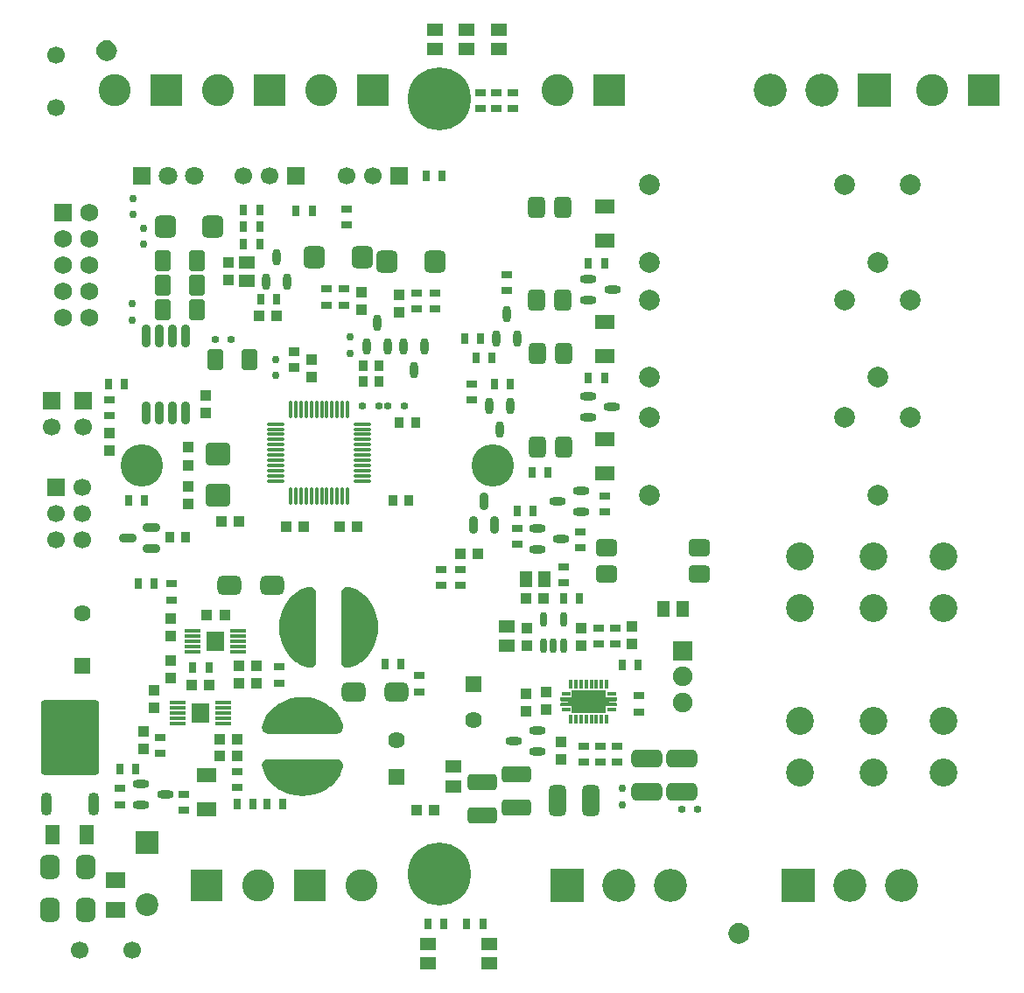
<source format=gts>
G04 Layer_Color=8388736*
%FSLAX24Y24*%
%MOIN*%
G70*
G01*
G75*
%ADD69C,0.0748*%
%ADD85R,0.0356X0.0434*%
%ADD86R,0.0591X0.0453*%
%ADD87R,0.0394X0.0315*%
%ADD88O,0.0320X0.0630*%
%ADD89O,0.0630X0.0320*%
%ADD90O,0.0433X0.0886*%
G04:AMPARAMS|DCode=91|XSize=283.5mil|YSize=222.4mil|CornerRadius=12.9mil|HoleSize=0mil|Usage=FLASHONLY|Rotation=90.000|XOffset=0mil|YOffset=0mil|HoleType=Round|Shape=RoundedRectangle|*
%AMROUNDEDRECTD91*
21,1,0.2835,0.1967,0,0,90.0*
21,1,0.2577,0.2224,0,0,90.0*
1,1,0.0258,0.0983,0.1288*
1,1,0.0258,0.0983,-0.1288*
1,1,0.0258,-0.0983,-0.1288*
1,1,0.0258,-0.0983,0.1288*
%
%ADD91ROUNDEDRECTD91*%
G04:AMPARAMS|DCode=92|XSize=55.1mil|YSize=76mil|CornerRadius=4.5mil|HoleSize=0mil|Usage=FLASHONLY|Rotation=270.000|XOffset=0mil|YOffset=0mil|HoleType=Round|Shape=RoundedRectangle|*
%AMROUNDEDRECTD92*
21,1,0.0551,0.0669,0,0,270.0*
21,1,0.0461,0.0760,0,0,270.0*
1,1,0.0091,-0.0335,-0.0230*
1,1,0.0091,-0.0335,0.0230*
1,1,0.0091,0.0335,0.0230*
1,1,0.0091,0.0335,-0.0230*
%
%ADD92ROUNDEDRECTD92*%
G04:AMPARAMS|DCode=93|XSize=90.6mil|YSize=72.8mil|CornerRadius=19.2mil|HoleSize=0mil|Usage=FLASHONLY|Rotation=0.000|XOffset=0mil|YOffset=0mil|HoleType=Round|Shape=RoundedRectangle|*
%AMROUNDEDRECTD93*
21,1,0.0906,0.0344,0,0,0.0*
21,1,0.0522,0.0728,0,0,0.0*
1,1,0.0384,0.0261,-0.0172*
1,1,0.0384,-0.0261,-0.0172*
1,1,0.0384,-0.0261,0.0172*
1,1,0.0384,0.0261,0.0172*
%
%ADD93ROUNDEDRECTD93*%
G04:AMPARAMS|DCode=94|XSize=55.1mil|YSize=76mil|CornerRadius=4.5mil|HoleSize=0mil|Usage=FLASHONLY|Rotation=0.000|XOffset=0mil|YOffset=0mil|HoleType=Round|Shape=RoundedRectangle|*
%AMROUNDEDRECTD94*
21,1,0.0551,0.0669,0,0,0.0*
21,1,0.0461,0.0760,0,0,0.0*
1,1,0.0091,0.0230,-0.0335*
1,1,0.0091,-0.0230,-0.0335*
1,1,0.0091,-0.0230,0.0335*
1,1,0.0091,0.0230,0.0335*
%
%ADD94ROUNDEDRECTD94*%
G04:AMPARAMS|DCode=95|XSize=90.6mil|YSize=72.8mil|CornerRadius=19.2mil|HoleSize=0mil|Usage=FLASHONLY|Rotation=90.000|XOffset=0mil|YOffset=0mil|HoleType=Round|Shape=RoundedRectangle|*
%AMROUNDEDRECTD95*
21,1,0.0906,0.0344,0,0,90.0*
21,1,0.0522,0.0728,0,0,90.0*
1,1,0.0384,0.0172,0.0261*
1,1,0.0384,0.0172,-0.0261*
1,1,0.0384,-0.0172,-0.0261*
1,1,0.0384,-0.0172,0.0261*
%
%ADD95ROUNDEDRECTD95*%
G04:AMPARAMS|DCode=96|XSize=86.6mil|YSize=82.7mil|CornerRadius=21.7mil|HoleSize=0mil|Usage=FLASHONLY|Rotation=270.000|XOffset=0mil|YOffset=0mil|HoleType=Round|Shape=RoundedRectangle|*
%AMROUNDEDRECTD96*
21,1,0.0866,0.0394,0,0,270.0*
21,1,0.0433,0.0827,0,0,270.0*
1,1,0.0433,-0.0197,-0.0217*
1,1,0.0433,-0.0197,0.0217*
1,1,0.0433,0.0197,0.0217*
1,1,0.0433,0.0197,-0.0217*
%
%ADD96ROUNDEDRECTD96*%
G04:AMPARAMS|DCode=97|XSize=82.7mil|YSize=66.9mil|CornerRadius=17.7mil|HoleSize=0mil|Usage=FLASHONLY|Rotation=90.000|XOffset=0mil|YOffset=0mil|HoleType=Round|Shape=RoundedRectangle|*
%AMROUNDEDRECTD97*
21,1,0.0827,0.0315,0,0,90.0*
21,1,0.0472,0.0669,0,0,90.0*
1,1,0.0354,0.0157,0.0236*
1,1,0.0354,0.0157,-0.0236*
1,1,0.0354,-0.0157,-0.0236*
1,1,0.0354,-0.0157,0.0236*
%
%ADD97ROUNDEDRECTD97*%
G04:AMPARAMS|DCode=98|XSize=82.7mil|YSize=66.9mil|CornerRadius=17.7mil|HoleSize=0mil|Usage=FLASHONLY|Rotation=0.000|XOffset=0mil|YOffset=0mil|HoleType=Round|Shape=RoundedRectangle|*
%AMROUNDEDRECTD98*
21,1,0.0827,0.0315,0,0,0.0*
21,1,0.0472,0.0669,0,0,0.0*
1,1,0.0354,0.0236,-0.0157*
1,1,0.0354,-0.0236,-0.0157*
1,1,0.0354,-0.0236,0.0157*
1,1,0.0354,0.0236,0.0157*
%
%ADD98ROUNDEDRECTD98*%
%ADD99R,0.0315X0.0394*%
%ADD100R,0.0434X0.0356*%
G04:AMPARAMS|DCode=101|XSize=94.5mil|YSize=86.6mil|CornerRadius=14.4mil|HoleSize=0mil|Usage=FLASHONLY|Rotation=0.000|XOffset=0mil|YOffset=0mil|HoleType=Round|Shape=RoundedRectangle|*
%AMROUNDEDRECTD101*
21,1,0.0945,0.0579,0,0,0.0*
21,1,0.0657,0.0866,0,0,0.0*
1,1,0.0287,0.0329,-0.0289*
1,1,0.0287,-0.0329,-0.0289*
1,1,0.0287,-0.0329,0.0289*
1,1,0.0287,0.0329,0.0289*
%
%ADD101ROUNDEDRECTD101*%
%ADD102R,0.0433X0.0433*%
%ADD103R,0.0433X0.0433*%
G04:AMPARAMS|DCode=104|XSize=114.2mil|YSize=63mil|CornerRadius=16.7mil|HoleSize=0mil|Usage=FLASHONLY|Rotation=0.000|XOffset=0mil|YOffset=0mil|HoleType=Round|Shape=RoundedRectangle|*
%AMROUNDEDRECTD104*
21,1,0.1142,0.0295,0,0,0.0*
21,1,0.0807,0.0630,0,0,0.0*
1,1,0.0335,0.0404,-0.0148*
1,1,0.0335,-0.0404,-0.0148*
1,1,0.0335,-0.0404,0.0148*
1,1,0.0335,0.0404,0.0148*
%
%ADD104ROUNDEDRECTD104*%
%ADD105O,0.0335X0.0889*%
%ADD106O,0.0669X0.0157*%
%ADD107O,0.0157X0.0669*%
%ADD108O,0.0610X0.0157*%
%ADD109R,0.0650X0.0768*%
%ADD110O,0.0276X0.0571*%
%ADD111R,0.0827X0.0433*%
%ADD112O,0.0374X0.0157*%
%ADD113O,0.0157X0.0374*%
%ADD114R,0.0433X0.0394*%
%ADD115R,0.0394X0.0433*%
%ADD116R,0.0610X0.0492*%
%ADD117R,0.0492X0.0610*%
%ADD118R,0.0748X0.0591*%
G04:AMPARAMS|DCode=119|XSize=118.2mil|YSize=67.1mil|CornerRadius=18.8mil|HoleSize=0mil|Usage=FLASHONLY|Rotation=180.000|XOffset=0mil|YOffset=0mil|HoleType=Round|Shape=RoundedRectangle|*
%AMROUNDEDRECTD119*
21,1,0.1182,0.0295,0,0,180.0*
21,1,0.0807,0.0671,0,0,180.0*
1,1,0.0375,-0.0404,0.0148*
1,1,0.0375,0.0404,0.0148*
1,1,0.0375,0.0404,-0.0148*
1,1,0.0375,-0.0404,-0.0148*
%
%ADD119ROUNDEDRECTD119*%
G04:AMPARAMS|DCode=120|XSize=59.2mil|YSize=80mil|CornerRadius=6.6mil|HoleSize=0mil|Usage=FLASHONLY|Rotation=180.000|XOffset=0mil|YOffset=0mil|HoleType=Round|Shape=RoundedRectangle|*
%AMROUNDEDRECTD120*
21,1,0.0592,0.0669,0,0,180.0*
21,1,0.0461,0.0800,0,0,180.0*
1,1,0.0131,-0.0230,0.0335*
1,1,0.0131,0.0230,0.0335*
1,1,0.0131,0.0230,-0.0335*
1,1,0.0131,-0.0230,-0.0335*
%
%ADD120ROUNDEDRECTD120*%
G04:AMPARAMS|DCode=121|XSize=29.7mil|YSize=24.5mil|CornerRadius=8.1mil|HoleSize=0mil|Usage=FLASHONLY|Rotation=180.000|XOffset=0mil|YOffset=0mil|HoleType=Round|Shape=RoundedRectangle|*
%AMROUNDEDRECTD121*
21,1,0.0297,0.0083,0,0,180.0*
21,1,0.0134,0.0245,0,0,180.0*
1,1,0.0163,-0.0067,0.0041*
1,1,0.0163,0.0067,0.0041*
1,1,0.0163,0.0067,-0.0041*
1,1,0.0163,-0.0067,-0.0041*
%
%ADD121ROUNDEDRECTD121*%
G04:AMPARAMS|DCode=122|XSize=29.7mil|YSize=24.5mil|CornerRadius=8.1mil|HoleSize=0mil|Usage=FLASHONLY|Rotation=90.000|XOffset=0mil|YOffset=0mil|HoleType=Round|Shape=RoundedRectangle|*
%AMROUNDEDRECTD122*
21,1,0.0297,0.0083,0,0,90.0*
21,1,0.0134,0.0245,0,0,90.0*
1,1,0.0163,0.0041,0.0067*
1,1,0.0163,0.0041,-0.0067*
1,1,0.0163,-0.0041,-0.0067*
1,1,0.0163,-0.0041,0.0067*
%
%ADD122ROUNDEDRECTD122*%
%ADD123O,0.0671X0.0361*%
%ADD124O,0.0361X0.0671*%
G04:AMPARAMS|DCode=125|XSize=118.2mil|YSize=67.1mil|CornerRadius=18.8mil|HoleSize=0mil|Usage=FLASHONLY|Rotation=90.000|XOffset=0mil|YOffset=0mil|HoleType=Round|Shape=RoundedRectangle|*
%AMROUNDEDRECTD125*
21,1,0.1182,0.0295,0,0,90.0*
21,1,0.0807,0.0671,0,0,90.0*
1,1,0.0375,0.0148,0.0404*
1,1,0.0375,0.0148,-0.0404*
1,1,0.0375,-0.0148,-0.0404*
1,1,0.0375,-0.0148,0.0404*
%
%ADD125ROUNDEDRECTD125*%
%ADD126C,0.2402*%
%ADD127C,0.1614*%
%ADD128R,0.1220X0.1220*%
%ADD129C,0.1220*%
%ADD130R,0.0669X0.0669*%
%ADD131C,0.0669*%
%ADD132C,0.1261*%
%ADD133R,0.1261X0.1261*%
%ADD134C,0.0710*%
%ADD135R,0.0710X0.0710*%
%ADD136R,0.0669X0.0669*%
%ADD137R,0.0748X0.0748*%
%ADD138R,0.0866X0.0866*%
%ADD139C,0.0866*%
%ADD140C,0.0787*%
%ADD141C,0.1063*%
%ADD142C,0.0639*%
%ADD143R,0.0639X0.0639*%
%ADD144C,0.0680*%
%ADD145R,0.0680X0.0680*%
G36*
X27239Y46958D02*
X27334Y46919D01*
X27417Y46856D01*
X27480Y46773D01*
X27519Y46678D01*
X27533Y46575D01*
X27519Y46472D01*
X27480Y46376D01*
X27417Y46294D01*
X27334Y46231D01*
X27239Y46191D01*
X27136Y46178D01*
X27033Y46191D01*
X26937Y46231D01*
X26855Y46294D01*
X26792Y46376D01*
X26752Y46472D01*
X26739Y46575D01*
X26752Y46678D01*
X26792Y46773D01*
X26855Y46856D01*
X26937Y46919D01*
X27033Y46958D01*
X27136Y46972D01*
X27239Y46958D01*
D02*
G37*
G36*
X36382Y26142D02*
X36385Y26140D01*
X36389Y26140D01*
X36519Y26100D01*
X36520Y26098D01*
X36522Y26098D01*
X36673Y26038D01*
X36676Y26035D01*
X36679Y26035D01*
X36819Y25952D01*
X36821Y25949D01*
X36824Y25948D01*
X36949Y25844D01*
X36950Y25842D01*
X36952Y25842D01*
X36956Y25837D01*
X36957Y25836D01*
X36958Y25835D01*
X37107Y25669D01*
X37108Y25667D01*
X37111Y25665D01*
X37237Y25481D01*
X37237Y25478D01*
X37240Y25476D01*
X37340Y25277D01*
X37340Y25274D01*
X37342Y25272D01*
X37415Y25061D01*
X37415Y25058D01*
X37416Y25056D01*
X37461Y24837D01*
X37460Y24834D01*
X37461Y24831D01*
X37476Y24609D01*
X37475Y24606D01*
X37476Y24603D01*
X37461Y24381D01*
X37460Y24378D01*
X37461Y24375D01*
X37416Y24157D01*
X37415Y24155D01*
X37415Y24151D01*
X37342Y23941D01*
X37340Y23939D01*
X37340Y23936D01*
X37240Y23737D01*
X37237Y23735D01*
X37237Y23732D01*
X37111Y23548D01*
X37108Y23546D01*
X37107Y23543D01*
X36958Y23378D01*
X36957Y23377D01*
X36956Y23375D01*
X36954Y23373D01*
X36952Y23373D01*
X36951Y23371D01*
X36825Y23266D01*
X36822Y23265D01*
X36819Y23262D01*
X36678Y23177D01*
X36674Y23177D01*
X36672Y23175D01*
X36519Y23113D01*
X36517Y23113D01*
X36516Y23112D01*
X36382Y23070D01*
X36378Y23071D01*
X36374Y23068D01*
X36301Y23060D01*
X36293Y23062D01*
X36285Y23061D01*
X36214Y23080D01*
X36207Y23085D01*
X36199Y23087D01*
X36140Y23130D01*
X36136Y23137D01*
X36129Y23142D01*
X36090Y23204D01*
X36089Y23212D01*
X36084Y23219D01*
X36070Y23291D01*
X36071Y23296D01*
X36070Y23299D01*
Y25905D01*
X36071Y25909D01*
X36070Y25913D01*
X36085Y25988D01*
X36089Y25994D01*
X36090Y26003D01*
X36131Y26067D01*
X36137Y26071D01*
X36142Y26078D01*
X36203Y26123D01*
X36211Y26125D01*
X36217Y26130D01*
X36290Y26149D01*
X36298Y26148D01*
X36306Y26151D01*
X36382Y26142D01*
D02*
G37*
G36*
X34888Y26150D02*
X34896Y26151D01*
X34967Y26133D01*
X34974Y26128D01*
X34982Y26126D01*
X35041Y26082D01*
X35045Y26075D01*
X35052Y26070D01*
X35091Y26008D01*
X35092Y26000D01*
X35097Y25993D01*
X35111Y25921D01*
X35110Y25917D01*
X35111Y25913D01*
Y23307D01*
X35110Y23303D01*
X35111Y23299D01*
X35097Y23225D01*
X35092Y23218D01*
X35091Y23210D01*
X35050Y23146D01*
X35044Y23141D01*
X35039Y23134D01*
X34978Y23090D01*
X34970Y23088D01*
X34964Y23083D01*
X34891Y23063D01*
X34883Y23064D01*
X34875Y23062D01*
X34800Y23071D01*
X34796Y23073D01*
X34792Y23073D01*
X34662Y23113D01*
X34661Y23114D01*
X34659Y23114D01*
X34508Y23175D01*
X34506Y23177D01*
X34502Y23178D01*
X34362Y23261D01*
X34360Y23264D01*
X34357Y23265D01*
X34232Y23369D01*
X34231Y23370D01*
X34229Y23371D01*
X34225Y23375D01*
X34224Y23377D01*
X34223Y23378D01*
X34074Y23543D01*
X34073Y23546D01*
X34070Y23548D01*
X33944Y23732D01*
X33944Y23735D01*
X33942Y23737D01*
X33841Y23936D01*
X33841Y23939D01*
X33839Y23941D01*
X33766Y24151D01*
X33766Y24155D01*
X33765Y24157D01*
X33721Y24375D01*
X33721Y24378D01*
X33720Y24381D01*
X33705Y24603D01*
X33706Y24606D01*
X33705Y24609D01*
X33720Y24831D01*
X33721Y24834D01*
X33721Y24837D01*
X33765Y25056D01*
X33766Y25058D01*
X33766Y25061D01*
X33839Y25272D01*
X33841Y25274D01*
X33841Y25277D01*
X33942Y25476D01*
X33944Y25478D01*
X33944Y25481D01*
X34070Y25665D01*
X34073Y25667D01*
X34074Y25669D01*
X34223Y25835D01*
X34224Y25836D01*
X34225Y25837D01*
X34227Y25839D01*
X34229Y25840D01*
X34230Y25842D01*
X34356Y25947D01*
X34360Y25948D01*
X34362Y25951D01*
X34503Y26035D01*
X34507Y26036D01*
X34509Y26038D01*
X34662Y26099D01*
X34664Y26099D01*
X34665Y26101D01*
X34799Y26142D01*
X34803Y26142D01*
X34807Y26144D01*
X34880Y26153D01*
X34888Y26150D01*
D02*
G37*
G36*
X34822Y21940D02*
X34824Y21938D01*
X34827Y21939D01*
X35046Y21895D01*
X35048Y21893D01*
X35051Y21893D01*
X35262Y21820D01*
X35264Y21818D01*
X35267Y21818D01*
X35466Y21718D01*
X35468Y21716D01*
X35471Y21715D01*
X35655Y21589D01*
X35657Y21587D01*
X35660Y21586D01*
X35825Y21437D01*
X35826Y21435D01*
X35827Y21435D01*
X35830Y21432D01*
X35830Y21431D01*
X35832Y21430D01*
X35937Y21303D01*
X35938Y21300D01*
X35941Y21298D01*
X36025Y21156D01*
X36026Y21153D01*
X36028Y21150D01*
X36090Y20997D01*
X36090Y20996D01*
X36091Y20994D01*
X36133Y20860D01*
X36132Y20856D01*
X36134Y20852D01*
X36143Y20779D01*
X36141Y20771D01*
X36142Y20763D01*
X36123Y20692D01*
X36118Y20686D01*
X36116Y20678D01*
X36072Y20619D01*
X36065Y20614D01*
X36061Y20608D01*
X35999Y20568D01*
X35990Y20567D01*
X35984Y20562D01*
X35911Y20549D01*
X35907Y20550D01*
X35903Y20548D01*
X33298D01*
X33294Y20550D01*
X33289Y20549D01*
X33215Y20563D01*
X33208Y20567D01*
X33200Y20569D01*
X33136Y20609D01*
X33131Y20616D01*
X33124Y20620D01*
X33080Y20681D01*
X33078Y20689D01*
X33073Y20696D01*
X33053Y20769D01*
X33054Y20777D01*
X33052Y20785D01*
X33061Y20860D01*
X33063Y20864D01*
X33063Y20868D01*
X33103Y20997D01*
X33104Y20999D01*
X33104Y21001D01*
X33165Y21151D01*
X33167Y21154D01*
X33168Y21157D01*
X33251Y21297D01*
X33254Y21299D01*
X33255Y21303D01*
X33359Y21428D01*
X33360Y21428D01*
X33361Y21430D01*
X33366Y21435D01*
X33367Y21435D01*
X33368Y21437D01*
X33533Y21586D01*
X33536Y21587D01*
X33538Y21589D01*
X33722Y21715D01*
X33725Y21716D01*
X33727Y21718D01*
X33926Y21818D01*
X33929Y21818D01*
X33931Y21820D01*
X34142Y21893D01*
X34145Y21893D01*
X34147Y21895D01*
X34366Y21939D01*
X34369Y21938D01*
X34371Y21940D01*
X34594Y21955D01*
X34596Y21954D01*
X34599Y21955D01*
X34822Y21940D01*
D02*
G37*
G36*
X46126Y22209D02*
X46134Y22197D01*
Y21953D01*
X46543D01*
X46559Y21945D01*
X46569Y21929D01*
Y21831D01*
X46556Y21800D01*
X46526Y21787D01*
X46283D01*
Y21756D01*
X46526D01*
X46556Y21743D01*
X46569Y21713D01*
Y21614D01*
X46559Y21602D01*
X46543Y21594D01*
X46532Y21591D01*
X46134D01*
Y21346D01*
X46126Y21335D01*
X46114Y21327D01*
X44870D01*
X44858Y21335D01*
X44850Y21350D01*
Y21591D01*
X44445D01*
X44433Y21594D01*
X44421Y21602D01*
X44415Y21614D01*
Y21713D01*
X44428Y21743D01*
X44459Y21756D01*
X44701D01*
Y21787D01*
X44459D01*
X44428Y21800D01*
X44415Y21831D01*
Y21929D01*
X44429Y21945D01*
X44453Y21953D01*
X44850D01*
Y22189D01*
X44854Y22209D01*
X44874Y22217D01*
X46114D01*
X46126Y22209D01*
D02*
G37*
G36*
X35899Y19588D02*
X35903Y19589D01*
X35978Y19575D01*
X35985Y19570D01*
X35993Y19569D01*
X36057Y19529D01*
X36061Y19522D01*
X36068Y19518D01*
X36113Y19457D01*
X36115Y19449D01*
X36120Y19442D01*
X36140Y19369D01*
X36138Y19361D01*
X36141Y19353D01*
X36132Y19278D01*
X36130Y19274D01*
X36130Y19270D01*
X36090Y19140D01*
X36089Y19139D01*
X36089Y19137D01*
X36028Y18986D01*
X36026Y18984D01*
X36025Y18980D01*
X35942Y18841D01*
X35939Y18839D01*
X35938Y18835D01*
X35834Y18710D01*
X35832Y18709D01*
X35832Y18708D01*
X35827Y18703D01*
X35826Y18702D01*
X35825Y18701D01*
X35660Y18552D01*
X35657Y18551D01*
X35655Y18549D01*
X35471Y18423D01*
X35468Y18422D01*
X35466Y18420D01*
X35267Y18320D01*
X35264Y18319D01*
X35262Y18317D01*
X35051Y18245D01*
X35048Y18245D01*
X35046Y18243D01*
X34827Y18199D01*
X34824Y18199D01*
X34822Y18198D01*
X34599Y18183D01*
X34596Y18184D01*
X34594Y18183D01*
X34371Y18198D01*
X34369Y18199D01*
X34366Y18199D01*
X34147Y18243D01*
X34145Y18245D01*
X34142Y18245D01*
X33931Y18317D01*
X33929Y18319D01*
X33926Y18320D01*
X33727Y18420D01*
X33725Y18422D01*
X33722Y18423D01*
X33538Y18549D01*
X33536Y18551D01*
X33533Y18552D01*
X33368Y18701D01*
X33367Y18702D01*
X33366Y18703D01*
X33363Y18705D01*
X33363Y18707D01*
X33361Y18708D01*
X33256Y18835D01*
X33255Y18838D01*
X33252Y18840D01*
X33168Y18981D01*
X33167Y18985D01*
X33165Y18988D01*
X33103Y19140D01*
X33103Y19142D01*
X33102Y19144D01*
X33060Y19278D01*
X33061Y19282D01*
X33059Y19286D01*
X33050Y19358D01*
X33052Y19366D01*
X33051Y19375D01*
X33070Y19446D01*
X33075Y19452D01*
X33077Y19460D01*
X33120Y19519D01*
X33128Y19524D01*
X33132Y19530D01*
X33194Y19569D01*
X33203Y19571D01*
X33209Y19575D01*
X33282Y19589D01*
X33286Y19588D01*
X33290Y19590D01*
X35895D01*
X35899Y19588D01*
D02*
G37*
G36*
X51323Y13326D02*
X51419Y13287D01*
X51501Y13224D01*
X51564Y13141D01*
X51604Y13046D01*
X51618Y12943D01*
X51604Y12840D01*
X51564Y12744D01*
X51501Y12662D01*
X51419Y12599D01*
X51323Y12559D01*
X51220Y12546D01*
X51118Y12559D01*
X51022Y12599D01*
X50940Y12662D01*
X50877Y12744D01*
X50837Y12840D01*
X50823Y12943D01*
X50837Y13046D01*
X50877Y13141D01*
X50940Y13224D01*
X51022Y13287D01*
X51118Y13326D01*
X51220Y13340D01*
X51323Y13326D01*
D02*
G37*
D69*
X49065Y22736D02*
D03*
Y21752D02*
D03*
D85*
X30148Y28031D02*
D03*
X29538D02*
D03*
X38288Y32392D02*
D03*
X38898D02*
D03*
X36900Y33967D02*
D03*
X37510D02*
D03*
X36900Y34587D02*
D03*
X37510D02*
D03*
X38031Y29429D02*
D03*
X38642D02*
D03*
D86*
X40856Y47372D02*
D03*
Y46624D02*
D03*
X42077Y47372D02*
D03*
Y46624D02*
D03*
X39656Y47372D02*
D03*
Y46624D02*
D03*
X41722Y11801D02*
D03*
Y12549D02*
D03*
X39360Y11801D02*
D03*
Y12549D02*
D03*
X40335Y18543D02*
D03*
Y19291D02*
D03*
D87*
X41988Y44360D02*
D03*
Y44970D02*
D03*
X42598Y44360D02*
D03*
Y44970D02*
D03*
X41368Y44360D02*
D03*
Y44970D02*
D03*
X42372Y37431D02*
D03*
Y38041D02*
D03*
X41033Y33258D02*
D03*
Y33868D02*
D03*
X42766Y27776D02*
D03*
Y28386D02*
D03*
X45187Y27638D02*
D03*
Y28248D02*
D03*
X46102Y28996D02*
D03*
Y29606D02*
D03*
X39055Y22156D02*
D03*
Y22766D02*
D03*
X33691Y22490D02*
D03*
Y23100D02*
D03*
X44537Y26299D02*
D03*
Y26909D02*
D03*
X29183Y19803D02*
D03*
Y20413D02*
D03*
X32116Y19114D02*
D03*
Y18504D02*
D03*
X30079Y17638D02*
D03*
Y18248D02*
D03*
X27638Y18465D02*
D03*
Y17855D02*
D03*
X38937Y37343D02*
D03*
Y36733D02*
D03*
X39626Y37343D02*
D03*
Y36733D02*
D03*
X27224Y33278D02*
D03*
Y32668D02*
D03*
X39872Y26211D02*
D03*
Y26821D02*
D03*
X29596Y25650D02*
D03*
Y26260D02*
D03*
X40600Y26821D02*
D03*
Y26211D02*
D03*
X36289Y39931D02*
D03*
Y40541D02*
D03*
X46496Y23976D02*
D03*
Y24586D02*
D03*
X47402Y21388D02*
D03*
Y21998D02*
D03*
X45935Y20089D02*
D03*
Y19479D02*
D03*
X46565Y20089D02*
D03*
Y19479D02*
D03*
X45315Y20089D02*
D03*
Y19479D02*
D03*
X45866Y23976D02*
D03*
Y24586D02*
D03*
X35502Y36890D02*
D03*
Y37500D02*
D03*
X36181Y36890D02*
D03*
Y37500D02*
D03*
D88*
X41968Y35615D02*
D03*
X42769D02*
D03*
X42368Y36525D02*
D03*
X42500Y33036D02*
D03*
X41700D02*
D03*
X42100Y32126D02*
D03*
X33999Y37790D02*
D03*
X33199D02*
D03*
X33599Y38700D02*
D03*
X38442Y35310D02*
D03*
X39242D02*
D03*
X38842Y34400D02*
D03*
X37447Y36220D02*
D03*
X37047Y35310D02*
D03*
X37847D02*
D03*
D89*
X45487Y37864D02*
D03*
Y37064D02*
D03*
X46397Y37464D02*
D03*
X45477Y33406D02*
D03*
Y32606D02*
D03*
X46387Y33006D02*
D03*
X43529Y28386D02*
D03*
Y27586D02*
D03*
X44439Y27986D02*
D03*
X45202Y28996D02*
D03*
Y29796D02*
D03*
X44292Y29396D02*
D03*
X28450Y18652D02*
D03*
Y17852D02*
D03*
X29360Y18252D02*
D03*
X43548Y19882D02*
D03*
Y20682D02*
D03*
X42638Y20282D02*
D03*
D90*
X26626Y17864D02*
D03*
X24831D02*
D03*
D91*
X25728Y20423D02*
D03*
D92*
X46093Y40630D02*
D03*
Y39330D02*
D03*
Y36250D02*
D03*
Y34950D02*
D03*
Y31772D02*
D03*
Y30472D02*
D03*
X30945Y17667D02*
D03*
Y18967D02*
D03*
D93*
X33435Y26201D02*
D03*
X31821D02*
D03*
X36555Y22156D02*
D03*
X38169D02*
D03*
D94*
X25078Y16713D02*
D03*
X26378D02*
D03*
D95*
X24990Y15463D02*
D03*
Y13848D02*
D03*
X26329Y15463D02*
D03*
Y13848D02*
D03*
D96*
X35049Y38711D02*
D03*
X36860D02*
D03*
X39626Y38533D02*
D03*
X37815D02*
D03*
X29370Y39882D02*
D03*
X31181D02*
D03*
D97*
X43506Y40610D02*
D03*
X44506D02*
D03*
X43506Y37067D02*
D03*
X44506D02*
D03*
X43535Y35030D02*
D03*
X44535D02*
D03*
X43535Y31486D02*
D03*
X44535D02*
D03*
D98*
X49705Y27636D02*
D03*
Y26636D02*
D03*
X46161Y27636D02*
D03*
Y26636D02*
D03*
D99*
X41821Y34872D02*
D03*
X41211D02*
D03*
X41368Y35620D02*
D03*
X40758D02*
D03*
X45482Y38474D02*
D03*
X46092D02*
D03*
X42510Y33868D02*
D03*
X41900D02*
D03*
X43337Y30502D02*
D03*
X43947D02*
D03*
X45482Y34094D02*
D03*
X46092D02*
D03*
X43376Y29026D02*
D03*
X42766D02*
D03*
X31033Y23071D02*
D03*
X30423D02*
D03*
X38356Y23209D02*
D03*
X37746D02*
D03*
X45148Y25699D02*
D03*
X44538D02*
D03*
X32096Y17884D02*
D03*
X32706D02*
D03*
X33238D02*
D03*
X33848D02*
D03*
X28248Y19213D02*
D03*
X27638D02*
D03*
X32992Y37096D02*
D03*
X33602D02*
D03*
X32352Y39222D02*
D03*
X32962D02*
D03*
X27805Y33878D02*
D03*
X27195D02*
D03*
X28947Y26260D02*
D03*
X28337D02*
D03*
X28573Y29439D02*
D03*
X27963D02*
D03*
X40856Y13307D02*
D03*
X41466D02*
D03*
X39970D02*
D03*
X39360D02*
D03*
X32352Y39872D02*
D03*
X32962D02*
D03*
X32963Y40502D02*
D03*
X32353D02*
D03*
X34961Y40472D02*
D03*
X34351D02*
D03*
X39902Y41801D02*
D03*
X39292D02*
D03*
X46772Y23189D02*
D03*
X47382D02*
D03*
D100*
X34262Y35108D02*
D03*
Y34498D02*
D03*
D101*
X31378Y31211D02*
D03*
Y29636D02*
D03*
D102*
X36641Y24606D02*
D03*
X34541D02*
D03*
D103*
X34596Y19019D02*
D03*
Y21119D02*
D03*
D104*
X42746Y19016D02*
D03*
Y17756D02*
D03*
X41437Y18691D02*
D03*
Y17431D02*
D03*
D105*
X30142Y32766D02*
D03*
X29142D02*
D03*
X28642D02*
D03*
X30142Y35716D02*
D03*
X29142D02*
D03*
X28642D02*
D03*
X29642Y32766D02*
D03*
Y35716D02*
D03*
D106*
X33573Y31171D02*
D03*
Y31368D02*
D03*
Y31565D02*
D03*
Y31762D02*
D03*
Y31959D02*
D03*
Y32156D02*
D03*
Y32352D02*
D03*
Y30187D02*
D03*
Y30384D02*
D03*
Y30581D02*
D03*
Y30778D02*
D03*
Y30974D02*
D03*
X36880Y31368D02*
D03*
Y31171D02*
D03*
Y32352D02*
D03*
Y32156D02*
D03*
Y31959D02*
D03*
Y31762D02*
D03*
Y31565D02*
D03*
Y30974D02*
D03*
Y30778D02*
D03*
Y30581D02*
D03*
Y30384D02*
D03*
Y30187D02*
D03*
D107*
X36112Y32923D02*
D03*
X36309D02*
D03*
Y29616D02*
D03*
X36112D02*
D03*
X34144Y32923D02*
D03*
X34341D02*
D03*
X34537D02*
D03*
X34734D02*
D03*
X34931D02*
D03*
X35128D02*
D03*
X35325D02*
D03*
X35522D02*
D03*
X35719D02*
D03*
X35915D02*
D03*
Y29616D02*
D03*
X35719D02*
D03*
X35522D02*
D03*
X35325D02*
D03*
X35128D02*
D03*
X34931D02*
D03*
X34734D02*
D03*
X34537D02*
D03*
X34341D02*
D03*
X34144D02*
D03*
D108*
X30423Y24469D02*
D03*
Y24272D02*
D03*
Y24075D02*
D03*
Y23878D02*
D03*
Y23681D02*
D03*
X32156D02*
D03*
Y23878D02*
D03*
Y24075D02*
D03*
Y24272D02*
D03*
Y24469D02*
D03*
X29852Y21742D02*
D03*
Y21545D02*
D03*
Y21348D02*
D03*
Y21152D02*
D03*
Y20955D02*
D03*
X31585D02*
D03*
Y21152D02*
D03*
Y21348D02*
D03*
Y21545D02*
D03*
Y21742D02*
D03*
D109*
X31289Y24075D02*
D03*
X30719Y21348D02*
D03*
D110*
X44154Y23917D02*
D03*
X43780Y24902D02*
D03*
Y23917D02*
D03*
X44528Y24902D02*
D03*
Y23917D02*
D03*
D111*
X45492Y21772D02*
D03*
D112*
X44626Y22067D02*
D03*
Y21476D02*
D03*
X46358Y22067D02*
D03*
Y21476D02*
D03*
D113*
X44803Y22441D02*
D03*
X45000D02*
D03*
X45197D02*
D03*
X45394D02*
D03*
X45591D02*
D03*
X45787D02*
D03*
X45984D02*
D03*
X46181D02*
D03*
Y21102D02*
D03*
X45984D02*
D03*
X45787D02*
D03*
X45591D02*
D03*
X45394D02*
D03*
X45197D02*
D03*
X45000D02*
D03*
X44803D02*
D03*
D114*
X32854Y22470D02*
D03*
X32185D02*
D03*
X32854Y23130D02*
D03*
X32185D02*
D03*
X31624Y25079D02*
D03*
X30955D02*
D03*
X43789Y25699D02*
D03*
X43120D02*
D03*
X32106Y19715D02*
D03*
X31437D02*
D03*
X32116Y20335D02*
D03*
X31447D02*
D03*
X38937Y17638D02*
D03*
X39606D02*
D03*
X31053Y22411D02*
D03*
X30384D02*
D03*
X32943Y36467D02*
D03*
X33612D02*
D03*
X41260Y27421D02*
D03*
X40591D02*
D03*
X36683Y28435D02*
D03*
X36014D02*
D03*
X33986Y28434D02*
D03*
X34656D02*
D03*
X32165Y28632D02*
D03*
X31496D02*
D03*
D115*
X29587Y23327D02*
D03*
Y22657D02*
D03*
X29587Y24272D02*
D03*
Y24941D02*
D03*
X43120Y22087D02*
D03*
Y21417D02*
D03*
X43130Y23917D02*
D03*
Y24587D02*
D03*
X28533Y20650D02*
D03*
Y19980D02*
D03*
X28927Y21545D02*
D03*
Y22215D02*
D03*
X38258Y37264D02*
D03*
Y36594D02*
D03*
X30247Y30787D02*
D03*
Y31457D02*
D03*
X30246Y29980D02*
D03*
Y29311D02*
D03*
X27224Y31339D02*
D03*
Y32008D02*
D03*
X30915Y32766D02*
D03*
Y33435D02*
D03*
X34931Y34793D02*
D03*
Y34124D02*
D03*
X47126Y23976D02*
D03*
Y24646D02*
D03*
X45217Y24587D02*
D03*
Y23917D02*
D03*
X44429Y19567D02*
D03*
Y20236D02*
D03*
X43878Y21476D02*
D03*
Y22146D02*
D03*
X31772Y37835D02*
D03*
Y38504D02*
D03*
X36850Y36713D02*
D03*
Y37382D02*
D03*
D116*
X42382Y24626D02*
D03*
Y23917D02*
D03*
X32470Y37795D02*
D03*
Y38504D02*
D03*
D117*
X43091Y26437D02*
D03*
X43799D02*
D03*
X49065Y25315D02*
D03*
X48356D02*
D03*
D118*
X27490Y14980D02*
D03*
Y13839D02*
D03*
D119*
X47717Y19606D02*
D03*
Y18346D02*
D03*
X49026Y19606D02*
D03*
Y18346D02*
D03*
D120*
X30561Y37638D02*
D03*
X29261D02*
D03*
X32569Y34823D02*
D03*
X31269D02*
D03*
X30561Y38583D02*
D03*
X29261D02*
D03*
X30561Y36693D02*
D03*
X29261D02*
D03*
D121*
X31890Y35581D02*
D03*
X31260D02*
D03*
X37854Y33041D02*
D03*
X38484D02*
D03*
X37500D02*
D03*
X36870D02*
D03*
X49656Y17667D02*
D03*
X49026D02*
D03*
D122*
X28130Y40325D02*
D03*
Y40955D02*
D03*
X28524Y39823D02*
D03*
Y39193D02*
D03*
X28120Y36299D02*
D03*
Y36929D02*
D03*
X36398Y35669D02*
D03*
Y35039D02*
D03*
X33563Y34193D02*
D03*
Y34823D02*
D03*
X46782Y18465D02*
D03*
Y17835D02*
D03*
D123*
X27943Y28018D02*
D03*
X28853Y28418D02*
D03*
Y27618D02*
D03*
D124*
X41093Y28499D02*
D03*
X41893D02*
D03*
X41493Y29409D02*
D03*
D125*
X44311Y18022D02*
D03*
X45571D02*
D03*
D126*
X39818Y15198D02*
D03*
Y44725D02*
D03*
D127*
X28460Y30778D02*
D03*
X41846D02*
D03*
D128*
X37283Y45069D02*
D03*
X33346D02*
D03*
X29409D02*
D03*
X46260D02*
D03*
X60532D02*
D03*
X34882Y14774D02*
D03*
X30945D02*
D03*
D129*
X35315Y45069D02*
D03*
X31378D02*
D03*
X27441D02*
D03*
X44291D02*
D03*
X58563D02*
D03*
X36850Y14774D02*
D03*
X32913D02*
D03*
D130*
X25220Y29931D02*
D03*
X25039Y33248D02*
D03*
X26240D02*
D03*
D131*
X25220Y28931D02*
D03*
X26220Y29931D02*
D03*
Y28931D02*
D03*
X25220Y27931D02*
D03*
X26220D02*
D03*
X32350Y41801D02*
D03*
X33350D02*
D03*
X36287D02*
D03*
X37287D02*
D03*
X25039Y32248D02*
D03*
X26240D02*
D03*
X26100Y12313D02*
D03*
X28100D02*
D03*
X25217Y44407D02*
D03*
Y46407D02*
D03*
D132*
X52421Y45069D02*
D03*
X54390D02*
D03*
X48612Y14774D02*
D03*
X46644D02*
D03*
X57411D02*
D03*
X55443D02*
D03*
D133*
X56358Y45069D02*
D03*
X44675Y14774D02*
D03*
X53474D02*
D03*
D134*
X29484Y41801D02*
D03*
X30484D02*
D03*
D135*
X28484D02*
D03*
D136*
X34350D02*
D03*
X38287D02*
D03*
D137*
X49065Y23720D02*
D03*
D138*
X28661Y16398D02*
D03*
D139*
Y14035D02*
D03*
D140*
X57756Y41457D02*
D03*
X56496Y38504D02*
D03*
X55236Y41457D02*
D03*
X47795D02*
D03*
Y38504D02*
D03*
X57756Y37087D02*
D03*
X56496Y34134D02*
D03*
X55236Y37087D02*
D03*
X47795D02*
D03*
Y34134D02*
D03*
X57756Y32598D02*
D03*
X56496Y29646D02*
D03*
X55236Y32598D02*
D03*
X47795D02*
D03*
Y29646D02*
D03*
D141*
X53543Y21043D02*
D03*
Y19075D02*
D03*
Y27303D02*
D03*
Y25335D02*
D03*
X56339Y21043D02*
D03*
Y19075D02*
D03*
Y27303D02*
D03*
Y25335D02*
D03*
X59016Y21043D02*
D03*
Y19075D02*
D03*
Y27303D02*
D03*
Y25335D02*
D03*
D142*
X41122Y21063D02*
D03*
X26191Y25150D02*
D03*
X38169Y20295D02*
D03*
D143*
X41122Y22441D02*
D03*
X26191Y23150D02*
D03*
X38169Y18917D02*
D03*
D144*
X25472Y39423D02*
D03*
Y36423D02*
D03*
Y37423D02*
D03*
X26472Y39423D02*
D03*
Y40423D02*
D03*
Y36423D02*
D03*
Y37423D02*
D03*
X25472Y38423D02*
D03*
X26472D02*
D03*
D145*
X25472Y40423D02*
D03*
M02*

</source>
